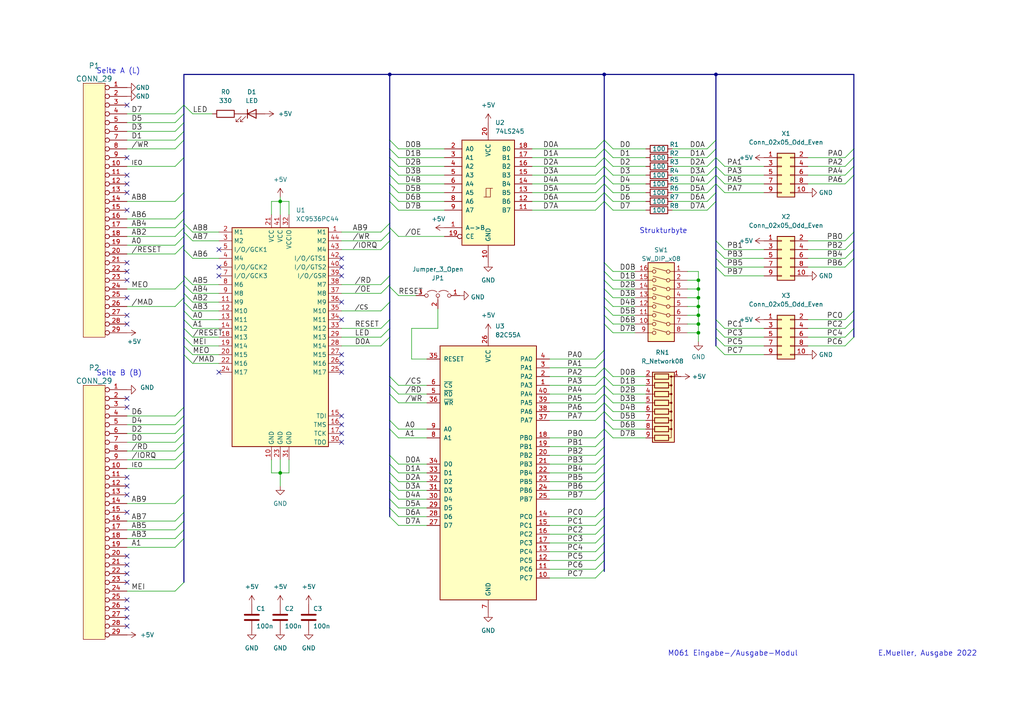
<source format=kicad_sch>
(kicad_sch (version 20211123) (generator eeschema)
  (paper "A4")
  (title_block (date "2022-10-22"))
  (lib_symbols
    (symbol "74xx:74LS245" (pin_names (offset 1.016))
      (property "Reference" "U" (at -7.62 16.51 0))
      (property "Value" "74LS245" (at -7.62 -16.51 0))
      (symbol "74LS245_1_0"
        (pin input line (at -12.7 -10.16 0) (length 5.08) (name "A->B") (number "1"))
        (pin power_in line (at 0 -20.32 90) (length 5.08) (name "GND") (number "10"))
        (pin tri_state line (at 12.7 -5.08 180) (length 5.08) (name "B7") (number "11"))
        (pin tri_state line (at 12.7 -2.54 180) (length 5.08) (name "B6") (number "12"))
        (pin tri_state line (at 12.7 0 180) (length 5.08) (name "B5") (number "13"))
        (pin tri_state line (at 12.7 2.54 180) (length 5.08) (name "B4") (number "14"))
        (pin tri_state line (at 12.7 5.08 180) (length 5.08) (name "B3") (number "15"))
        (pin tri_state line (at 12.7 7.62 180) (length 5.08) (name "B2") (number "16"))
        (pin tri_state line (at 12.7 10.16 180) (length 5.08) (name "B1") (number "17"))
        (pin tri_state line (at 12.7 12.7 180) (length 5.08) (name "B0") (number "18"))
        (pin input inverted (at -12.7 -12.7 0) (length 5.08) (name "CE") (number "19"))
        (pin tri_state line (at -12.7 12.7 0) (length 5.08) (name "A0") (number "2"))
        (pin power_in line (at 0 20.32 270) (length 5.08) (name "VCC") (number "20"))
        (pin tri_state line (at -12.7 10.16 0) (length 5.08) (name "A1") (number "3"))
        (pin tri_state line (at -12.7 7.62 0) (length 5.08) (name "A2") (number "4"))
        (pin tri_state line (at -12.7 5.08 0) (length 5.08) (name "A3") (number "5"))
        (pin tri_state line (at -12.7 2.54 0) (length 5.08) (name "A4") (number "6"))
        (pin tri_state line (at -12.7 0 0) (length 5.08) (name "A5") (number "7"))
        (pin tri_state line (at -12.7 -2.54 0) (length 5.08) (name "A6") (number "8"))
        (pin tri_state line (at -12.7 -5.08 0) (length 5.08) (name "A7") (number "9"))
      )
    )
    (symbol "CONN_29_1" (pin_names (offset 1.016) hide)
      (property "Reference" "P" (at -1.2446 0 90))
      (property "Value" "CONN_29_1" (at 1.27 0 90))
      (symbol "CONN_29_1_1_1"
        (pin passive inverted (at -8.89 36.83 0) (length 6.35) (name "P1") (number "1"))
        (pin passive inverted (at -8.89 13.97 0) (length 6.35) (name "P10") (number "10"))
        (pin passive inverted (at -8.89 11.43 0) (length 6.35) (name "P11") (number "11"))
        (pin passive inverted (at -8.89 8.89 0) (length 6.35) (name "P12") (number "12"))
        (pin passive inverted (at -8.89 6.35 0) (length 6.35) (name "P13") (number "13"))
        (pin passive inverted (at -8.89 3.81 0) (length 6.35) (name "P14") (number "14"))
        (pin passive inverted (at -8.89 1.27 0) (length 6.35) (name "P15") (number "15"))
        (pin passive inverted (at -8.89 -1.27 0) (length 6.35) (name "P16") (number "16"))
        (pin passive inverted (at -8.89 -3.81 0) (length 6.35) (name "P17") (number "17"))
        (pin passive inverted (at -8.89 -6.35 0) (length 6.35) (name "P18") (number "18"))
        (pin passive inverted (at -8.89 -8.89 0) (length 6.35) (name "P19") (number "19"))
        (pin passive inverted (at -8.89 34.29 0) (length 6.35) (name "P2") (number "2"))
        (pin passive inverted (at -8.89 -11.43 0) (length 6.35) (name "P20") (number "20"))
        (pin passive inverted (at -8.89 -13.97 0) (length 6.35) (name "P21") (number "21"))
        (pin passive inverted (at -8.89 -16.51 0) (length 6.35) (name "P22") (number "22"))
        (pin passive inverted (at -8.89 -19.05 0) (length 6.35) (name "P23") (number "23"))
        (pin passive inverted (at -8.89 -21.59 0) (length 6.35) (name "P24") (number "24"))
        (pin passive inverted (at -8.89 -24.13 0) (length 6.35) (name "P25") (number "25"))
        (pin passive inverted (at -8.89 -26.67 0) (length 6.35) (name "P26") (number "26"))
        (pin passive inverted (at -8.89 -29.21 0) (length 6.35) (name "P27") (number "27"))
        (pin passive inverted (at -8.89 -31.75 0) (length 6.35) (name "P28") (number "28"))
        (pin passive inverted (at -8.89 -34.29 0) (length 6.35) (name "P29") (number "29"))
        (pin passive inverted (at -8.89 31.75 0) (length 6.35) (name "P3") (number "3"))
        (pin passive inverted (at -8.89 29.21 0) (length 6.35) (name "P4") (number "4"))
        (pin passive inverted (at -8.89 26.67 0) (length 6.35) (name "P5") (number "5"))
        (pin passive inverted (at -8.89 24.13 0) (length 6.35) (name "P6") (number "6"))
        (pin passive inverted (at -8.89 21.59 0) (length 6.35) (name "P7") (number "7"))
        (pin passive inverted (at -8.89 19.05 0) (length 6.35) (name "P8") (number "8"))
        (pin passive inverted (at -8.89 16.51 0) (length 6.35) (name "P9") (number "9"))
      )
    )
    (symbol "CONN_29_2" (pin_names (offset 1.016) hide)
      (property "Reference" "P" (at -1.2446 0 90))
      (property "Value" "CONN_29_2" (at 1.27 0 90))
      (symbol "CONN_29_2_1_1"
        (pin passive inverted (at -8.89 36.83 0) (length 6.35) (name "P1") (number "1"))
        (pin passive inverted (at -8.89 13.97 0) (length 6.35) (name "P10") (number "10"))
        (pin passive inverted (at -8.89 11.43 0) (length 6.35) (name "P11") (number "11"))
        (pin passive inverted (at -8.89 8.89 0) (length 6.35) (name "P12") (number "12"))
        (pin passive inverted (at -8.89 6.35 0) (length 6.35) (name "P13") (number "13"))
        (pin passive inverted (at -8.89 3.81 0) (length 6.35) (name "P14") (number "14"))
        (pin passive inverted (at -8.89 1.27 0) (length 6.35) (name "P15") (number "15"))
        (pin passive inverted (at -8.89 -1.27 0) (length 6.35) (name "P16") (number "16"))
        (pin passive inverted (at -8.89 -3.81 0) (length 6.35) (name "P17") (number "17"))
        (pin passive inverted (at -8.89 -6.35 0) (length 6.35) (name "P18") (number "18"))
        (pin passive inverted (at -8.89 -8.89 0) (length 6.35) (name "P19") (number "19"))
        (pin passive inverted (at -8.89 34.29 0) (length 6.35) (name "P2") (number "2"))
        (pin passive inverted (at -8.89 -11.43 0) (length 6.35) (name "P20") (number "20"))
        (pin passive inverted (at -8.89 -13.97 0) (length 6.35) (name "P21") (number "21"))
        (pin passive inverted (at -8.89 -16.51 0) (length 6.35) (name "P22") (number "22"))
        (pin passive inverted (at -8.89 -19.05 0) (length 6.35) (name "P23") (number "23"))
        (pin passive inverted (at -8.89 -21.59 0) (length 6.35) (name "P24") (number "24"))
        (pin passive inverted (at -8.89 -24.13 0) (length 6.35) (name "P25") (number "25"))
        (pin passive inverted (at -8.89 -26.67 0) (length 6.35) (name "P26") (number "26"))
        (pin passive inverted (at -8.89 -29.21 0) (length 6.35) (name "P27") (number "27"))
        (pin passive inverted (at -8.89 -31.75 0) (length 6.35) (name "P28") (number "28"))
        (pin passive inverted (at -8.89 -34.29 0) (length 6.35) (name "P29") (number "29"))
        (pin passive inverted (at -8.89 31.75 0) (length 6.35) (name "P3") (number "3"))
        (pin passive inverted (at -8.89 29.21 0) (length 6.35) (name "P4") (number "4"))
        (pin passive inverted (at -8.89 26.67 0) (length 6.35) (name "P5") (number "5"))
        (pin passive inverted (at -8.89 24.13 0) (length 6.35) (name "P6") (number "6"))
        (pin passive inverted (at -8.89 21.59 0) (length 6.35) (name "P7") (number "7"))
        (pin passive inverted (at -8.89 19.05 0) (length 6.35) (name "P8") (number "8"))
        (pin passive inverted (at -8.89 16.51 0) (length 6.35) (name "P9") (number "9"))
      )
    )
    (symbol "CPLD_Xilinx:XC9536PC44"
      (property "Reference" "U" (at -13.97 33.02 0))
      (property "Value" "XC9536PC44" (at -13.97 -33.02 0))
      (symbol "XC9536PC44_1_1"
        (pin bidirectional line (at 17.78 30.48 180) (length 3.81) (name "M1") (number "1"))
        (pin power_in line (at -2.54 -35.56 90) (length 3.81) (name "GND") (number "10"))
        (pin bidirectional line (at -17.78 10.16 0) (length 3.81) (name "M9") (number "11"))
        (pin bidirectional line (at -17.78 7.62 0) (length 3.81) (name "M10") (number "12"))
        (pin bidirectional line (at -17.78 5.08 0) (length 3.81) (name "M11") (number "13"))
        (pin bidirectional line (at -17.78 2.54 0) (length 3.81) (name "M12") (number "14"))
        (pin input line (at 17.78 -22.86 180) (length 3.81) (name "TDI") (number "15"))
        (pin input line (at 17.78 -25.4 180) (length 3.81) (name "TMS") (number "16"))
        (pin input line (at 17.78 -27.94 180) (length 3.81) (name "TCK") (number "17"))
        (pin bidirectional line (at -17.78 0 0) (length 3.81) (name "M13") (number "18"))
        (pin bidirectional line (at -17.78 -2.54 0) (length 3.81) (name "M14") (number "19"))
        (pin bidirectional line (at -17.78 30.48 0) (length 3.81) (name "M1") (number "2"))
        (pin bidirectional line (at -17.78 -5.08 0) (length 3.81) (name "M15") (number "20"))
        (pin power_in line (at -2.54 35.56 270) (length 3.81) (name "VCC") (number "21"))
        (pin bidirectional line (at -17.78 -7.62 0) (length 3.81) (name "M16") (number "22"))
        (pin power_in line (at 0 -35.56 90) (length 3.81) (name "GND") (number "23"))
        (pin bidirectional line (at -17.78 -10.16 0) (length 3.81) (name "M17") (number "24"))
        (pin bidirectional line (at 17.78 -10.16 180) (length 3.81) (name "M17") (number "25"))
        (pin bidirectional line (at 17.78 -7.62 180) (length 3.81) (name "M16") (number "26"))
        (pin bidirectional line (at 17.78 -5.08 180) (length 3.81) (name "M15") (number "27"))
        (pin bidirectional line (at 17.78 -2.54 180) (length 3.81) (name "M14") (number "28"))
        (pin bidirectional line (at 17.78 0 180) (length 3.81) (name "M13") (number "29"))
        (pin bidirectional line (at -17.78 27.94 0) (length 3.81) (name "M2") (number "3"))
        (pin output line (at 17.78 -30.48 180) (length 3.81) (name "TDO") (number "30"))
        (pin power_in line (at 2.54 -35.56 90) (length 3.81) (name "GND") (number "31"))
        (pin power_in line (at 2.54 35.56 270) (length 3.81) (name "VCCIO") (number "32"))
        (pin bidirectional line (at 17.78 2.54 180) (length 3.81) (name "M12") (number "33"))
        (pin bidirectional line (at 17.78 5.08 180) (length 3.81) (name "M11") (number "34"))
        (pin bidirectional line (at 17.78 7.62 180) (length 3.81) (name "M10") (number "35"))
        (pin bidirectional line (at 17.78 10.16 180) (length 3.81) (name "M9") (number "36"))
        (pin bidirectional line (at 17.78 12.7 180) (length 3.81) (name "M8") (number "37"))
        (pin bidirectional line (at 17.78 15.24 180) (length 3.81) (name "M7") (number "38"))
        (pin bidirectional line (at 17.78 17.78 180) (length 3.81) (name "I/O/GSR") (number "39"))
        (pin bidirectional line (at -17.78 22.86 0) (length 3.81) (name "M4") (number "4"))
        (pin bidirectional line (at 17.78 20.32 180) (length 3.81) (name "I/O/GTS2") (number "40"))
        (pin power_in line (at 0 35.56 270) (length 3.81) (name "VCC") (number "41"))
        (pin bidirectional line (at 17.78 22.86 180) (length 3.81) (name "I/O/GTS1") (number "42"))
        (pin bidirectional line (at 17.78 25.4 180) (length 3.81) (name "M4") (number "43"))
        (pin bidirectional line (at 17.78 27.94 180) (length 3.81) (name "M2") (number "44"))
        (pin bidirectional line (at -17.78 25.4 0) (length 3.81) (name "I/O/GCK1") (number "5"))
        (pin bidirectional line (at -17.78 20.32 0) (length 3.81) (name "I/O/GCK2") (number "6"))
        (pin bidirectional line (at -17.78 17.78 0) (length 3.81) (name "I/O/GCK3") (number "7"))
        (pin bidirectional line (at -17.78 15.24 0) (length 3.81) (name "M6") (number "8"))
        (pin bidirectional line (at -17.78 12.7 0) (length 3.81) (name "M8") (number "9"))
      )
    )
    (symbol "Connector_Generic:Conn_02x05_Odd_Even" (pin_names (offset 1.016) hide)
      (property "Reference" "J" (at 1.27 7.62 0))
      (property "Value" "Conn_02x05_Odd_Even" (at 1.27 -7.62 0))
      (symbol "Conn_02x05_Odd_Even_1_1"
        (pin passive line (at -5.08 5.08 0) (length 3.81) (name "Pin_1") (number "1"))
        (pin passive line (at 7.62 -5.08 180) (length 3.81) (name "Pin_10") (number "10"))
        (pin passive line (at 7.62 5.08 180) (length 3.81) (name "Pin_2") (number "2"))
        (pin passive line (at -5.08 2.54 0) (length 3.81) (name "Pin_3") (number "3"))
        (pin passive line (at 7.62 2.54 180) (length 3.81) (name "Pin_4") (number "4"))
        (pin passive line (at -5.08 0 0) (length 3.81) (name "Pin_5") (number "5"))
        (pin passive line (at 7.62 0 180) (length 3.81) (name "Pin_6") (number "6"))
        (pin passive line (at -5.08 -2.54 0) (length 3.81) (name "Pin_7") (number "7"))
        (pin passive line (at 7.62 -2.54 180) (length 3.81) (name "Pin_8") (number "8"))
        (pin passive line (at -5.08 -5.08 0) (length 3.81) (name "Pin_9") (number "9"))
      )
    )
    (symbol "Device:C" (pin_numbers hide) (pin_names (offset 0.254))
      (property "Reference" "C" (at 0.635 2.54 0))
      (property "Value" "C" (at 0.635 -2.54 0))
      (symbol "C_1_1"
        (pin passive line (at 0 3.81 270) (length 2.794) (name "~") (number "1"))
        (pin passive line (at 0 -3.81 90) (length 2.794) (name "~") (number "2"))
      )
    )
    (symbol "Device:LED" (pin_numbers hide) (pin_names (offset 1.016) hide)
      (property "Reference" "D" (at 0 2.54 0))
      (property "Value" "LED" (at 0 -2.54 0))
      (symbol "LED_1_1"
        (pin passive line (at -3.81 0 0) (length 2.54) (name "K") (number "1"))
        (pin passive line (at 3.81 0 180) (length 2.54) (name "A") (number "2"))
      )
    )
    (symbol "Device:R" (pin_numbers hide) (pin_names (offset 0))
      (property "Reference" "R" (at 2.032 0 90))
      (property "Value" "R" (at 0 0 90))
      (symbol "R_1_1"
        (pin passive line (at 0 3.81 270) (length 1.27) (name "~") (number "1"))
        (pin passive line (at 0 -3.81 90) (length 1.27) (name "~") (number "2"))
      )
    )
    (symbol "Device:R_Network08" (pin_names (offset 0) hide)
      (property "Reference" "RN" (at -12.7 0 90))
      (property "Value" "R_Network08" (at 10.16 0 90))
      (symbol "R_Network08_1_1"
        (pin passive line (at -10.16 5.08 270) (length 2.54) (name "common") (number "1"))
        (pin passive line (at -10.16 -5.08 90) (length 1.27) (name "R1") (number "2"))
        (pin passive line (at -7.62 -5.08 90) (length 1.27) (name "R2") (number "3"))
        (pin passive line (at -5.08 -5.08 90) (length 1.27) (name "R3") (number "4"))
        (pin passive line (at -2.54 -5.08 90) (length 1.27) (name "R4") (number "5"))
        (pin passive line (at 0 -5.08 90) (length 1.27) (name "R5") (number "6"))
        (pin passive line (at 2.54 -5.08 90) (length 1.27) (name "R6") (number "7"))
        (pin passive line (at 5.08 -5.08 90) (length 1.27) (name "R7") (number "8"))
        (pin passive line (at 7.62 -5.08 90) (length 1.27) (name "R8") (number "9"))
      )
    )
    (symbol "Interface:82C55A" (pin_names (offset 1.016))
      (property "Reference" "U" (at -13.97 38.1 0))
      (property "Value" "82C55A" (at 8.89 38.1 0))
      (symbol "82C55A_1_1"
        (pin bidirectional line (at 17.78 25.4 180) (length 3.81) (name "PA3") (number "1"))
        (pin bidirectional line (at 17.78 -30.48 180) (length 3.81) (name "PC7") (number "10"))
        (pin bidirectional line (at 17.78 -27.94 180) (length 3.81) (name "PC6") (number "11"))
        (pin bidirectional line (at 17.78 -25.4 180) (length 3.81) (name "PC5") (number "12"))
        (pin bidirectional line (at 17.78 -22.86 180) (length 3.81) (name "PC4") (number "13"))
        (pin bidirectional line (at 17.78 -12.7 180) (length 3.81) (name "PC0") (number "14"))
        (pin bidirectional line (at 17.78 -15.24 180) (length 3.81) (name "PC1") (number "15"))
        (pin bidirectional line (at 17.78 -17.78 180) (length 3.81) (name "PC2") (number "16"))
        (pin bidirectional line (at 17.78 -20.32 180) (length 3.81) (name "PC3") (number "17"))
        (pin bidirectional line (at 17.78 10.16 180) (length 3.81) (name "PB0") (number "18"))
        (pin bidirectional line (at 17.78 7.62 180) (length 3.81) (name "PB1") (number "19"))
        (pin bidirectional line (at 17.78 27.94 180) (length 3.81) (name "PA2") (number "2"))
        (pin bidirectional line (at 17.78 5.08 180) (length 3.81) (name "PB2") (number "20"))
        (pin bidirectional line (at 17.78 2.54 180) (length 3.81) (name "PB3") (number "21"))
        (pin bidirectional line (at 17.78 0 180) (length 3.81) (name "PB4") (number "22"))
        (pin bidirectional line (at 17.78 -2.54 180) (length 3.81) (name "PB5") (number "23"))
        (pin bidirectional line (at 17.78 -5.08 180) (length 3.81) (name "PB6") (number "24"))
        (pin bidirectional line (at 17.78 -7.62 180) (length 3.81) (name "PB7") (number "25"))
        (pin power_in line (at 0 40.64 270) (length 3.81) (name "VCC") (number "26"))
        (pin bidirectional line (at -17.78 -15.24 0) (length 3.81) (name "D7") (number "27"))
        (pin bidirectional line (at -17.78 -12.7 0) (length 3.81) (name "D6") (number "28"))
        (pin bidirectional line (at -17.78 -10.16 0) (length 3.81) (name "D5") (number "29"))
        (pin bidirectional line (at 17.78 30.48 180) (length 3.81) (name "PA1") (number "3"))
        (pin bidirectional line (at -17.78 -7.62 0) (length 3.81) (name "D4") (number "30"))
        (pin bidirectional line (at -17.78 -5.08 0) (length 3.81) (name "D3") (number "31"))
        (pin bidirectional line (at -17.78 -2.54 0) (length 3.81) (name "D2") (number "32"))
        (pin bidirectional line (at -17.78 0 0) (length 3.81) (name "D1") (number "33"))
        (pin bidirectional line (at -17.78 2.54 0) (length 3.81) (name "D0") (number "34"))
        (pin input line (at -17.78 33.02 0) (length 3.81) (name "RESET") (number "35"))
        (pin input line (at -17.78 20.32 0) (length 3.81) (name "~{WR}") (number "36"))
        (pin bidirectional line (at 17.78 15.24 180) (length 3.81) (name "PA7") (number "37"))
        (pin bidirectional line (at 17.78 17.78 180) (length 3.81) (name "PA6") (number "38"))
        (pin bidirectional line (at 17.78 20.32 180) (length 3.81) (name "PA5") (number "39"))
        (pin bidirectional line (at 17.78 33.02 180) (length 3.81) (name "PA0") (number "4"))
        (pin bidirectional line (at 17.78 22.86 180) (length 3.81) (name "PA4") (number "40"))
        (pin input line (at -17.78 22.86 0) (length 3.81) (name "~{RD}") (number "5"))
        (pin input line (at -17.78 25.4 0) (length 3.81) (name "~{CS}") (number "6"))
        (pin power_in line (at 0 -40.64 90) (length 3.81) (name "GND") (number "7"))
        (pin input line (at -17.78 10.16 0) (length 3.81) (name "A1") (number "8"))
        (pin input line (at -17.78 12.7 0) (length 3.81) (name "A0") (number "9"))
      )
    )
    (symbol "Jumper:Jumper_3_Open" (pin_names (offset 0) hide)
      (property "Reference" "JP" (at -2.54 -2.54 0))
      (property "Value" "Jumper_3_Open" (at 0 2.794 0))
      (symbol "Jumper_3_Open_1_1"
        (pin passive line (at -6.35 0 0) (length 2.54) (name "A") (number "1"))
        (pin passive line (at 0 -3.81 90) (length 2.54) (name "C") (number "2"))
        (pin passive line (at 6.35 0 180) (length 2.54) (name "B") (number "3"))
      )
    )
    (symbol "Switch:SW_DIP_x08" (pin_names (offset 0) hide)
      (property "Reference" "SW" (at 0 13.97 0))
      (property "Value" "SW_DIP_x08" (at 0 -11.43 0))
      (symbol "SW_DIP_x08_1_1"
        (pin passive line (at -7.62 10.16 0) (length 5.08) (name "~") (number "1"))
        (pin passive line (at 7.62 -5.08 180) (length 5.08) (name "~") (number "10"))
        (pin passive line (at 7.62 -2.54 180) (length 5.08) (name "~") (number "11"))
        (pin passive line (at 7.62 0 180) (length 5.08) (name "~") (number "12"))
        (pin passive line (at 7.62 2.54 180) (length 5.08) (name "~") (number "13"))
        (pin passive line (at 7.62 5.08 180) (length 5.08) (name "~") (number "14"))
        (pin passive line (at 7.62 7.62 180) (length 5.08) (name "~") (number "15"))
        (pin passive line (at 7.62 10.16 180) (length 5.08) (name "~") (number "16"))
        (pin passive line (at -7.62 7.62 0) (length 5.08) (name "~") (number "2"))
        (pin passive line (at -7.62 5.08 0) (length 5.08) (name "~") (number "3"))
        (pin passive line (at -7.62 2.54 0) (length 5.08) (name "~") (number "4"))
        (pin passive line (at -7.62 0 0) (length 5.08) (name "~") (number "5"))
        (pin passive line (at -7.62 -2.54 0) (length 5.08) (name "~") (number "6"))
        (pin passive line (at -7.62 -5.08 0) (length 5.08) (name "~") (number "7"))
        (pin passive line (at -7.62 -7.62 0) (length 5.08) (name "~") (number "8"))
        (pin passive line (at 7.62 -7.62 180) (length 5.08) (name "~") (number "9"))
      )
    )
    (symbol "power:+5V" (power) (pin_names (offset 0))
      (property "Value" "+5V" (at 0 3.556 0))
      (symbol "+5V_1_1"
        (pin power_in line (at 0 0 90) (length 0) hide (name "+5V") (number "1"))
      )
    )
    (symbol "power:GND" (power) (pin_names (offset 0))
      (property "Value" "GND" (at 0 -3.81 0))
      (symbol "GND_1_1"
        (pin power_in line (at 0 0 270) (length 0) hide (name "GND") (number "1"))
      )
    )
  )
  (junction (at 202.565 93.98))
  (junction (at 202.565 86.36))
  (junction (at 175.26 21.59))
  (junction (at 202.565 83.82))
  (junction (at 207.645 21.59))
  (junction (at 202.565 91.44))
  (junction (at 202.565 96.52))
  (junction (at 113.03 21.59))
  (junction (at 202.565 81.28))
  (junction (at 202.565 88.9))
  (junction (at 81.28 58.42))
  (junction (at 81.28 137.16))
  (no_connect (at 99.06 92.71))
  (no_connect (at 99.06 87.63))
  (no_connect (at 99.06 102.87))
  (no_connect (at 99.06 105.41))
  (no_connect (at 99.06 107.95))
  (no_connect (at 99.06 74.93))
  (no_connect (at 99.06 77.47))
  (no_connect (at 99.06 80.01))
  (no_connect (at 36.83 143.51))
  (no_connect (at 36.83 138.43))
  (no_connect (at 36.83 140.97))
  (no_connect (at 63.5 107.95))
  (no_connect (at 63.5 72.39))
  (no_connect (at 63.5 77.47))
  (no_connect (at 63.5 80.01))
  (no_connect (at 36.83 55.88))
  (no_connect (at 36.83 50.8))
  (no_connect (at 36.83 53.34))
  (no_connect (at 36.83 45.72))
  (no_connect (at 99.06 120.65))
  (no_connect (at 99.06 123.19))
  (no_connect (at 99.06 125.73))
  (no_connect (at 99.06 128.27))
  (no_connect (at 36.83 60.96))
  (no_connect (at 36.83 30.48))
  (no_connect (at 36.83 76.2))
  (no_connect (at 36.83 78.74))
  (no_connect (at 36.83 81.28))
  (no_connect (at 36.83 86.36))
  (no_connect (at 36.83 91.44))
  (no_connect (at 36.83 93.98))
  (no_connect (at 36.83 118.11))
  (no_connect (at 36.83 115.57))
  (no_connect (at 36.83 168.91))
  (no_connect (at 36.83 173.99))
  (no_connect (at 36.83 176.53))
  (no_connect (at 36.83 179.07))
  (no_connect (at 36.83 148.59))
  (no_connect (at 36.83 161.29))
  (no_connect (at 36.83 163.83))
  (no_connect (at 36.83 166.37))
  (no_connect (at 36.83 181.61))
  (bus_entry (at 175.26 124.46) (size 2.54 2.54))
  (bus_entry (at 50.8 48.26) (size 2.54 -2.54))
  (bus_entry (at 175.26 129.54) (size -2.54 2.54))
  (bus_entry (at 175.26 121.92) (size 2.54 2.54))
  (bus_entry (at 113.03 109.22) (size 2.54 2.54))
  (bus_entry (at 113.03 144.78) (size 2.54 2.54))
  (bus_entry (at 175.26 119.38) (size -2.54 2.54))
  (bus_entry (at 247.65 43.18) (size -2.54 2.54))
  (bus_entry (at 207.645 50.8) (size -2.54 2.54))
  (bus_entry (at 113.03 147.32) (size 2.54 2.54))
  (bus_entry (at 175.26 165.1) (size -2.54 2.54))
  (bus_entry (at 175.26 40.64) (size -2.54 2.54))
  (bus_entry (at 53.34 102.87) (size 2.54 2.54))
  (bus_entry (at 113.03 58.42) (size 2.54 2.54))
  (bus_entry (at 113.03 132.08) (size 2.54 2.54))
  (bus_entry (at 175.26 109.22) (size 2.54 2.54))
  (bus_entry (at 50.8 153.67) (size 2.54 -2.54))
  (bus_entry (at 113.03 43.18) (size 2.54 2.54))
  (bus_entry (at 175.26 142.24) (size -2.54 2.54))
  (bus_entry (at 247.65 50.8) (size -2.54 2.54))
  (bus_entry (at 175.26 111.76) (size -2.54 2.54))
  (bus_entry (at 207.645 40.64) (size -2.54 2.54))
  (bus_entry (at 50.8 71.12) (size 2.54 -2.54))
  (bus_entry (at 110.49 69.85) (size 2.54 -2.54))
  (bus_entry (at 175.26 124.46) (size -2.54 2.54))
  (bus_entry (at 53.34 120.65) (size -2.54 2.54))
  (bus_entry (at 110.49 100.33) (size 2.54 -2.54))
  (bus_entry (at 207.645 48.26) (size 2.54 2.54))
  (bus_entry (at 50.8 63.5) (size 2.54 -2.54))
  (bus_entry (at 113.03 40.64) (size 2.54 2.54))
  (bus_entry (at 175.26 134.62) (size -2.54 2.54))
  (bus_entry (at 50.8 133.35) (size 2.54 -2.54))
  (bus_entry (at 110.49 72.39) (size 2.54 -2.54))
  (bus_entry (at 207.645 77.47) (size 2.54 2.54))
  (bus_entry (at 50.8 135.89) (size 2.54 -2.54))
  (bus_entry (at 207.645 55.88) (size -2.54 2.54))
  (bus_entry (at 175.26 111.76) (size 2.54 2.54))
  (bus_entry (at 53.34 63.5) (size -2.54 2.54))
  (bus_entry (at 247.65 95.25) (size -2.54 2.54))
  (bus_entry (at 175.26 127) (size -2.54 2.54))
  (bus_entry (at 113.03 121.92) (size 2.54 2.54))
  (bus_entry (at 207.645 95.25) (size 2.54 2.54))
  (bus_entry (at 247.65 74.93) (size -2.54 2.54))
  (bus_entry (at 207.645 92.71) (size 2.54 2.54))
  (bus_entry (at 247.65 69.85) (size -2.54 2.54))
  (bus_entry (at 175.26 106.68) (size -2.54 2.54))
  (bus_entry (at 53.34 118.11) (size -2.54 2.54))
  (bus_entry (at 247.65 45.72) (size -2.54 2.54))
  (bus_entry (at 175.26 86.36) (size 2.54 2.54))
  (bus_entry (at 175.26 91.44) (size 2.54 2.54))
  (bus_entry (at 175.26 88.9) (size 2.54 2.54))
  (bus_entry (at 175.26 93.98) (size 2.54 2.54))
  (bus_entry (at 175.26 78.74) (size 2.54 2.54))
  (bus_entry (at 175.26 76.2) (size 2.54 2.54))
  (bus_entry (at 175.26 81.28) (size 2.54 2.54))
  (bus_entry (at 175.26 83.82) (size 2.54 2.54))
  (bus_entry (at 175.26 147.32) (size -2.54 2.54))
  (bus_entry (at 175.26 114.3) (size 2.54 2.54))
  (bus_entry (at 207.645 43.18) (size -2.54 2.54))
  (bus_entry (at 113.03 55.88) (size 2.54 2.54))
  (bus_entry (at 175.26 132.08) (size -2.54 2.54))
  (bus_entry (at 247.65 72.39) (size -2.54 2.54))
  (bus_entry (at 110.49 90.17) (size 2.54 -2.54))
  (bus_entry (at 50.8 146.05) (size 2.54 -2.54))
  (bus_entry (at 50.8 151.13) (size 2.54 -2.54))
  (bus_entry (at 113.03 134.62) (size 2.54 2.54))
  (bus_entry (at 113.03 124.46) (size 2.54 2.54))
  (bus_entry (at 53.34 92.71) (size 2.54 2.54))
  (bus_entry (at 207.645 97.79) (size 2.54 2.54))
  (bus_entry (at 113.03 45.72) (size 2.54 2.54))
  (bus_entry (at 175.26 101.6) (size -2.54 2.54))
  (bus_entry (at 113.03 111.76) (size 2.54 2.54))
  (bus_entry (at 53.34 33.02) (size -2.54 2.54))
  (bus_entry (at 175.26 119.38) (size 2.54 2.54))
  (bus_entry (at 207.645 69.85) (size 2.54 2.54))
  (bus_entry (at 175.26 48.26) (size -2.54 2.54))
  (bus_entry (at 110.49 82.55) (size 2.54 -2.54))
  (bus_entry (at 50.8 68.58) (size 2.54 -2.54))
  (bus_entry (at 207.645 50.8) (size 2.54 2.54))
  (bus_entry (at 53.34 30.48) (size -2.54 2.54))
  (bus_entry (at 113.03 50.8) (size 2.54 2.54))
  (bus_entry (at 50.8 156.21) (size 2.54 -2.54))
  (bus_entry (at 175.26 139.7) (size -2.54 2.54))
  (bus_entry (at 53.34 100.33) (size 2.54 2.54))
  (bus_entry (at 50.8 83.82) (size 2.54 -2.54))
  (bus_entry (at 53.34 90.17) (size 2.54 2.54))
  (bus_entry (at 175.26 55.88) (size -2.54 2.54))
  (bus_entry (at 175.26 50.8) (size -2.54 2.54))
  (bus_entry (at 207.645 72.39) (size 2.54 2.54))
  (bus_entry (at 175.26 116.84) (size -2.54 2.54))
  (bus_entry (at 50.8 88.9) (size 2.54 -2.54))
  (bus_entry (at 207.645 45.72) (size 2.54 2.54))
  (bus_entry (at 175.26 116.84) (size 2.54 2.54))
  (bus_entry (at 175.26 137.16) (size -2.54 2.54))
  (bus_entry (at 113.03 142.24) (size 2.54 2.54))
  (bus_entry (at 207.645 48.26) (size -2.54 2.54))
  (bus_entry (at 175.26 160.02) (size -2.54 2.54))
  (bus_entry (at 175.26 149.86) (size -2.54 2.54))
  (bus_entry (at 207.645 53.34) (size -2.54 2.54))
  (bus_entry (at 110.49 67.31) (size 2.54 -2.54))
  (bus_entry (at 53.34 97.79) (size 2.54 2.54))
  (bus_entry (at 175.26 45.72) (size -2.54 2.54))
  (bus_entry (at 175.26 154.94) (size -2.54 2.54))
  (bus_entry (at 207.645 100.33) (size 2.54 2.54))
  (bus_entry (at 50.8 130.81) (size 2.54 -2.54))
  (bus_entry (at 113.03 48.26) (size 2.54 2.54))
  (bus_entry (at 207.645 74.93) (size 2.54 2.54))
  (bus_entry (at 53.34 95.25) (size 2.54 2.54))
  (bus_entry (at 110.49 85.09) (size 2.54 -2.54))
  (bus_entry (at 113.03 66.04) (size 2.54 2.54))
  (bus_entry (at 207.645 58.42) (size -2.54 2.54))
  (bus_entry (at 53.34 82.55) (size 2.54 2.54))
  (bus_entry (at 53.34 85.09) (size 2.54 2.54))
  (bus_entry (at 53.34 80.01) (size 2.54 2.54))
  (bus_entry (at 53.34 87.63) (size 2.54 2.54))
  (bus_entry (at 53.34 72.39) (size 2.54 2.54))
  (bus_entry (at 53.34 64.77) (size 2.54 2.54))
  (bus_entry (at 53.34 67.31) (size 2.54 2.54))
  (bus_entry (at 50.8 171.45) (size 2.54 -2.54))
  (bus_entry (at 113.03 149.86) (size 2.54 2.54))
  (bus_entry (at 247.65 48.26) (size -2.54 2.54))
  (bus_entry (at 175.26 162.56) (size -2.54 2.54))
  (bus_entry (at 175.26 157.48) (size -2.54 2.54))
  (bus_entry (at 175.26 152.4) (size -2.54 2.54))
  (bus_entry (at 53.34 123.19) (size -2.54 2.54))
  (bus_entry (at 50.8 58.42) (size 2.54 -2.54))
  (bus_entry (at 53.34 30.48) (size 2.54 2.54))
  (bus_entry (at 53.34 35.56) (size -2.54 2.54))
  (bus_entry (at 247.65 97.79) (size -2.54 2.54))
  (bus_entry (at 247.65 90.17) (size -2.54 2.54))
  (bus_entry (at 50.8 158.75) (size 2.54 -2.54))
  (bus_entry (at 207.645 45.72) (size -2.54 2.54))
  (bus_entry (at 53.34 38.1) (size -2.54 2.54))
  (bus_entry (at 175.26 58.42) (size -2.54 2.54))
  (bus_entry (at 175.26 109.22) (size -2.54 2.54))
  (bus_entry (at 113.03 83.185) (size 2.54 2.54))
  (bus_entry (at 110.49 97.79) (size 2.54 -2.54))
  (bus_entry (at 113.03 53.34) (size 2.54 2.54))
  (bus_entry (at 113.03 137.16) (size 2.54 2.54))
  (bus_entry (at 53.34 125.73) (size -2.54 2.54))
  (bus_entry (at 50.8 43.18) (size 2.54 -2.54))
  (bus_entry (at 175.26 104.14) (size -2.54 2.54))
  (bus_entry (at 113.03 92.71) (size -2.54 2.54))
  (bus_entry (at 175.26 114.3) (size -2.54 2.54))
  (bus_entry (at 175.26 43.18) (size -2.54 2.54))
  (bus_entry (at 50.8 73.66) (size 2.54 -2.54))
  (bus_entry (at 113.03 139.7) (size 2.54 2.54))
  (bus_entry (at 175.26 106.68) (size 2.54 2.54))
  (bus_entry (at 175.26 53.34) (size -2.54 2.54))
  (bus_entry (at 247.65 92.71) (size -2.54 2.54))
  (bus_entry (at 247.65 67.31) (size -2.54 2.54))
  (bus_entry (at 113.03 114.3) (size 2.54 2.54))
  (bus_entry (at 175.26 58.42) (size 2.54 2.54))
  (bus_entry (at 175.26 55.88) (size 2.54 2.54))
  (bus_entry (at 175.26 50.8) (size 2.54 2.54))
  (bus_entry (at 175.26 53.34) (size 2.54 2.54))
  (bus_entry (at 175.26 40.64) (size 2.54 2.54))
  (bus_entry (at 175.26 43.18) (size 2.54 2.54))
  (bus_entry (at 175.26 45.72) (size 2.54 2.54))
  (bus_entry (at 175.26 48.26) (size 2.54 2.54))
  (bus_entry (at 207.645 53.34) (size 2.54 2.54))
  (wire (pts (xy 63.5 67.31) (xy 55.88 67.31)))
  (wire (pts (xy 177.8 86.36) (xy 184.15 86.36)))
  (wire (pts (xy 115.57 116.84) (xy 123.825 116.84)))
  (bus (pts (xy 113.03 97.79) (xy 113.03 109.22)))
  (bus (pts (xy 53.34 55.88) (xy 53.34 60.96)))
  (wire (pts (xy 199.39 91.44) (xy 202.565 91.44)))
  (wire (pts (xy 199.39 86.36) (xy 202.565 86.36)))
  (bus (pts (xy 207.645 77.47) (xy 207.645 74.93)))
  (wire (pts (xy 99.06 85.09) (xy 110.49 85.09)))
  (wire (pts (xy 55.88 95.25) (xy 63.5 95.25)))
  (wire (pts (xy 36.83 120.65) (xy 50.8 120.65)))
  (bus (pts (xy 113.03 124.46) (xy 113.03 132.08)))
  (wire (pts (xy 99.06 69.85) (xy 110.49 69.85)))
  (wire (pts (xy 154.305 53.34) (xy 172.72 53.34)))
  (wire (pts (xy 128.905 68.58) (xy 115.57 68.58)))
  (bus (pts (xy 207.645 48.26) (xy 207.645 45.72)))
  (bus (pts (xy 53.34 153.67) (xy 53.34 156.21)))
  (bus (pts (xy 53.34 86.36) (xy 53.34 87.63)))
  (bus (pts (xy 113.03 58.42) (xy 113.03 64.77)))
  (bus (pts (xy 113.03 53.34) (xy 113.03 55.88)))
  (bus (pts (xy 53.34 87.63) (xy 53.34 90.17)))
  (bus (pts (xy 207.645 58.42) (xy 207.645 55.88)))
  (wire (pts (xy 202.565 96.52) (xy 202.565 99.06)))
  (wire (pts (xy 221.615 74.93) (xy 210.185 74.93)))
  (bus (pts (xy 53.34 148.59) (xy 53.34 151.13)))
  (wire (pts (xy 99.06 67.31) (xy 110.49 67.31)))
  (bus (pts (xy 53.34 30.48) (xy 53.34 33.02)))
  (bus (pts (xy 175.26 106.68) (xy 175.26 109.22)))
  (bus (pts (xy 247.65 74.93) (xy 247.65 72.39)))
  (bus (pts (xy 175.26 81.28) (xy 175.26 78.74)))
  (wire (pts (xy 221.615 55.88) (xy 210.185 55.88)))
  (wire (pts (xy 78.74 58.42) (xy 81.28 58.42)))
  (bus (pts (xy 53.34 45.72) (xy 53.34 55.88)))
  (wire (pts (xy 159.385 119.38) (xy 172.72 119.38)))
  (wire (pts (xy 115.57 127) (xy 123.825 127)))
  (bus (pts (xy 53.34 123.19) (xy 53.34 125.73)))
  (bus (pts (xy 53.34 125.73) (xy 53.34 128.27)))
  (wire (pts (xy 194.945 43.18) (xy 205.105 43.18)))
  (wire (pts (xy 159.385 160.02) (xy 172.72 160.02)))
  (bus (pts (xy 53.34 92.71) (xy 53.34 95.25)))
  (bus (pts (xy 175.26 109.22) (xy 175.26 111.76)))
  (wire (pts (xy 159.385 134.62) (xy 172.72 134.62)))
  (bus (pts (xy 53.34 60.96) (xy 53.34 63.5)))
  (bus (pts (xy 113.03 139.7) (xy 113.03 137.16)))
  (bus (pts (xy 175.26 124.46) (xy 175.26 127)))
  (bus (pts (xy 175.26 152.4) (xy 175.26 154.94)))
  (bus (pts (xy 53.34 102.87) (xy 53.34 118.11)))
  (bus (pts (xy 247.65 92.71) (xy 247.65 90.17)))
  (bus (pts (xy 53.34 71.12) (xy 53.34 72.39)))
  (wire (pts (xy 50.8 133.35) (xy 36.83 133.35)))
  (wire (pts (xy 159.385 157.48) (xy 172.72 157.48)))
  (wire (pts (xy 99.06 82.55) (xy 110.49 82.55)))
  (wire (pts (xy 81.28 137.16) (xy 81.28 140.97)))
  (bus (pts (xy 53.34 21.59) (xy 113.03 21.59)))
  (wire (pts (xy 177.8 91.44) (xy 184.15 91.44)))
  (bus (pts (xy 53.34 21.59) (xy 53.34 30.48)))
  (bus (pts (xy 113.03 55.88) (xy 113.03 58.42)))
  (wire (pts (xy 177.8 55.88) (xy 187.325 55.88)))
  (wire (pts (xy 50.8 156.21) (xy 36.83 156.21)))
  (wire (pts (xy 115.57 58.42) (xy 128.905 58.42)))
  (bus (pts (xy 175.26 101.6) (xy 175.26 104.14)))
  (wire (pts (xy 159.385 127) (xy 172.72 127)))
  (wire (pts (xy 159.385 104.14) (xy 172.72 104.14)))
  (wire (pts (xy 159.385 121.92) (xy 172.72 121.92)))
  (wire (pts (xy 36.83 123.19) (xy 50.8 123.19)))
  (bus (pts (xy 113.03 87.63) (xy 113.03 92.71)))
  (wire (pts (xy 202.565 81.28) (xy 202.565 83.82)))
  (bus (pts (xy 53.34 82.55) (xy 53.34 85.09)))
  (wire (pts (xy 177.8 114.3) (xy 187.325 114.3)))
  (bus (pts (xy 53.34 133.35) (xy 53.34 143.51)))
  (bus (pts (xy 247.65 67.31) (xy 247.65 50.8)))
  (wire (pts (xy 115.57 55.88) (xy 128.905 55.88)))
  (bus (pts (xy 53.34 90.17) (xy 53.34 92.71)))
  (wire (pts (xy 159.385 109.22) (xy 172.72 109.22)))
  (wire (pts (xy 194.945 45.72) (xy 205.105 45.72)))
  (bus (pts (xy 53.34 72.39) (xy 53.34 80.01)))
  (bus (pts (xy 207.645 45.72) (xy 207.645 43.18)))
  (bus (pts (xy 207.645 21.59) (xy 247.65 21.59)))
  (bus (pts (xy 113.03 69.85) (xy 113.03 80.01)))
  (wire (pts (xy 159.385 149.86) (xy 172.72 149.86)))
  (wire (pts (xy 78.74 137.16) (xy 78.74 133.35)))
  (bus (pts (xy 175.26 116.84) (xy 175.26 119.38)))
  (wire (pts (xy 177.8 93.98) (xy 184.15 93.98)))
  (wire (pts (xy 50.8 128.27) (xy 36.83 128.27)))
  (wire (pts (xy 234.315 74.93) (xy 245.11 74.93)))
  (wire (pts (xy 81.28 133.35) (xy 81.28 137.16)))
  (bus (pts (xy 175.26 76.2) (xy 175.26 58.42)))
  (bus (pts (xy 175.26 104.14) (xy 175.26 106.68)))
  (bus (pts (xy 175.26 139.7) (xy 175.26 142.24)))
  (bus (pts (xy 175.26 93.98) (xy 175.26 101.6)))
  (wire (pts (xy 55.88 82.55) (xy 63.5 82.55)))
  (bus (pts (xy 175.26 91.44) (xy 175.26 88.9)))
  (bus (pts (xy 113.03 111.76) (xy 113.03 114.3)))
  (wire (pts (xy 36.83 73.66) (xy 50.8 73.66)))
  (wire (pts (xy 177.8 111.76) (xy 187.325 111.76)))
  (bus (pts (xy 207.645 43.18) (xy 207.645 40.64)))
  (bus (pts (xy 113.03 83.185) (xy 113.03 87.63)))
  (wire (pts (xy 221.615 53.34) (xy 210.185 53.34)))
  (bus (pts (xy 113.03 64.77) (xy 113.03 66.04)))
  (wire (pts (xy 221.615 50.8) (xy 210.185 50.8)))
  (bus (pts (xy 53.34 128.27) (xy 53.34 130.81)))
  (bus (pts (xy 53.34 120.65) (xy 53.34 123.19)))
  (wire (pts (xy 115.57 142.24) (xy 123.825 142.24)))
  (wire (pts (xy 115.57 139.7) (xy 123.825 139.7)))
  (wire (pts (xy 119.38 95.25) (xy 119.38 104.14)))
  (wire (pts (xy 199.39 83.82) (xy 202.565 83.82)))
  (wire (pts (xy 194.945 48.26) (xy 205.105 48.26)))
  (wire (pts (xy 159.385 137.16) (xy 172.72 137.16)))
  (wire (pts (xy 199.39 96.52) (xy 202.565 96.52)))
  (bus (pts (xy 247.65 48.26) (xy 247.65 45.72)))
  (bus (pts (xy 175.26 154.94) (xy 175.26 157.48)))
  (bus (pts (xy 207.645 72.39) (xy 207.645 69.85)))
  (wire (pts (xy 36.83 135.89) (xy 50.8 135.89)))
  (wire (pts (xy 159.385 167.64) (xy 172.72 167.64)))
  (wire (pts (xy 36.83 40.64) (xy 50.8 40.64)))
  (wire (pts (xy 177.8 78.74) (xy 184.15 78.74)))
  (wire (pts (xy 194.945 60.96) (xy 205.105 60.96)))
  (bus (pts (xy 113.03 43.18) (xy 113.03 45.72)))
  (wire (pts (xy 177.8 109.22) (xy 187.325 109.22)))
  (bus (pts (xy 53.34 156.21) (xy 53.34 168.91)))
  (wire (pts (xy 199.39 88.9) (xy 202.565 88.9)))
  (wire (pts (xy 36.83 35.56) (xy 50.8 35.56)))
  (wire (pts (xy 119.38 104.14) (xy 123.825 104.14)))
  (wire (pts (xy 119.38 95.25) (xy 127 95.25)))
  (wire (pts (xy 99.06 100.33) (xy 110.49 100.33)))
  (wire (pts (xy 159.385 139.7) (xy 172.72 139.7)))
  (wire (pts (xy 159.385 162.56) (xy 172.72 162.56)))
  (wire (pts (xy 83.82 137.16) (xy 81.28 137.16)))
  (bus (pts (xy 113.03 40.64) (xy 113.03 43.18)))
  (wire (pts (xy 234.315 45.72) (xy 245.11 45.72)))
  (bus (pts (xy 53.34 63.5) (xy 53.34 64.77)))
  (wire (pts (xy 36.83 158.75) (xy 50.8 158.75)))
  (wire (pts (xy 36.83 71.12) (xy 50.8 71.12)))
  (wire (pts (xy 159.385 144.78) (xy 172.72 144.78)))
  (wire (pts (xy 115.57 114.3) (xy 123.825 114.3)))
  (wire (pts (xy 115.57 137.16) (xy 123.825 137.16)))
  (wire (pts (xy 221.615 72.39) (xy 210.185 72.39)))
  (wire (pts (xy 177.8 45.72) (xy 187.325 45.72)))
  (wire (pts (xy 159.385 129.54) (xy 172.72 129.54)))
  (wire (pts (xy 127 95.25) (xy 127 89.535)))
  (wire (pts (xy 55.88 90.17) (xy 63.5 90.17)))
  (wire (pts (xy 63.5 102.87) (xy 55.88 102.87)))
  (wire (pts (xy 115.57 48.26) (xy 128.905 48.26)))
  (bus (pts (xy 175.26 134.62) (xy 175.26 137.16)))
  (wire (pts (xy 221.615 77.47) (xy 210.185 77.47)))
  (wire (pts (xy 177.8 119.38) (xy 187.325 119.38)))
  (wire (pts (xy 159.385 132.08) (xy 172.72 132.08)))
  (wire (pts (xy 234.315 95.25) (xy 245.11 95.25)))
  (bus (pts (xy 175.26 55.88) (xy 175.26 53.34)))
  (wire (pts (xy 115.57 144.78) (xy 123.825 144.78)))
  (wire (pts (xy 50.8 83.82) (xy 36.83 83.82)))
  (wire (pts (xy 36.83 48.26) (xy 50.8 48.26)))
  (bus (pts (xy 113.03 114.3) (xy 113.03 121.92)))
  (wire (pts (xy 177.8 58.42) (xy 187.325 58.42)))
  (bus (pts (xy 113.03 142.24) (xy 113.03 139.7)))
  (bus (pts (xy 175.26 165.1) (xy 175.26 165.735)))
  (bus (pts (xy 53.34 85.09) (xy 53.34 86.36)))
  (bus (pts (xy 53.34 40.64) (xy 53.34 45.72)))
  (bus (pts (xy 207.645 58.42) (xy 207.645 69.85)))
  (wire (pts (xy 159.385 165.1) (xy 172.72 165.1)))
  (bus (pts (xy 113.03 92.71) (xy 113.03 95.25)))
  (wire (pts (xy 154.305 43.18) (xy 172.72 43.18)))
  (wire (pts (xy 63.5 105.41) (xy 55.88 105.41)))
  (wire (pts (xy 55.88 92.71) (xy 63.5 92.71)))
  (wire (pts (xy 36.83 146.05) (xy 50.8 146.05)))
  (wire (pts (xy 115.57 149.86) (xy 123.825 149.86)))
  (wire (pts (xy 99.06 90.17) (xy 110.49 90.17)))
  (wire (pts (xy 115.57 134.62) (xy 123.825 134.62)))
  (wire (pts (xy 177.8 81.28) (xy 184.15 81.28)))
  (bus (pts (xy 175.26 21.59) (xy 207.645 21.59)))
  (bus (pts (xy 113.03 95.25) (xy 113.03 97.79)))
  (bus (pts (xy 175.26 127) (xy 175.26 129.54)))
  (wire (pts (xy 199.39 78.74) (xy 202.565 78.74)))
  (wire (pts (xy 115.57 60.96) (xy 128.905 60.96)))
  (wire (pts (xy 177.8 50.8) (xy 187.325 50.8)))
  (wire (pts (xy 154.305 48.26) (xy 172.72 48.26)))
  (wire (pts (xy 159.385 111.76) (xy 172.72 111.76)))
  (wire (pts (xy 194.945 53.34) (xy 205.105 53.34)))
  (wire (pts (xy 177.8 116.84) (xy 187.325 116.84)))
  (wire (pts (xy 177.8 127) (xy 187.325 127)))
  (bus (pts (xy 53.34 143.51) (xy 53.34 148.59)))
  (bus (pts (xy 247.65 69.85) (xy 247.65 67.31)))
  (wire (pts (xy 234.315 69.85) (xy 245.11 69.85)))
  (wire (pts (xy 194.945 55.88) (xy 205.105 55.88)))
  (wire (pts (xy 115.57 152.4) (xy 123.825 152.4)))
  (bus (pts (xy 175.26 78.74) (xy 175.26 76.2)))
  (bus (pts (xy 207.645 74.93) (xy 207.645 72.39)))
  (wire (pts (xy 177.8 88.9) (xy 184.15 88.9)))
  (bus (pts (xy 175.26 137.16) (xy 175.26 139.7)))
  (wire (pts (xy 63.5 100.33) (xy 55.88 100.33)))
  (wire (pts (xy 202.565 83.82) (xy 202.565 86.36)))
  (wire (pts (xy 55.88 97.79) (xy 63.5 97.79)))
  (wire (pts (xy 63.5 69.85) (xy 55.88 69.85)))
  (bus (pts (xy 113.03 48.26) (xy 113.03 50.8)))
  (wire (pts (xy 36.83 130.81) (xy 50.8 130.81)))
  (bus (pts (xy 113.03 137.16) (xy 113.03 134.62)))
  (bus (pts (xy 207.645 53.34) (xy 207.645 50.8)))
  (bus (pts (xy 113.03 66.04) (xy 113.03 67.31)))
  (wire (pts (xy 99.06 97.79) (xy 110.49 97.79)))
  (bus (pts (xy 207.645 77.47) (xy 207.645 92.71)))
  (wire (pts (xy 55.88 74.93) (xy 63.5 74.93)))
  (wire (pts (xy 177.8 96.52) (xy 184.15 96.52)))
  (wire (pts (xy 36.83 63.5) (xy 50.8 63.5)))
  (wire (pts (xy 50.8 68.58) (xy 36.83 68.58)))
  (bus (pts (xy 175.26 53.34) (xy 175.26 50.8)))
  (wire (pts (xy 36.83 153.67) (xy 50.8 153.67)))
  (wire (pts (xy 115.57 50.8) (xy 128.905 50.8)))
  (wire (pts (xy 115.57 111.76) (xy 123.825 111.76)))
  (bus (pts (xy 175.26 129.54) (xy 175.26 132.08)))
  (bus (pts (xy 175.26 147.32) (xy 175.26 149.86)))
  (bus (pts (xy 175.26 48.26) (xy 175.26 45.72)))
  (wire (pts (xy 154.305 58.42) (xy 172.72 58.42)))
  (wire (pts (xy 81.28 58.42) (xy 83.82 58.42)))
  (bus (pts (xy 175.26 162.56) (xy 175.26 165.1)))
  (bus (pts (xy 53.34 100.33) (xy 53.34 102.87)))
  (wire (pts (xy 115.57 45.72) (xy 128.905 45.72)))
  (wire (pts (xy 159.385 142.24) (xy 172.72 142.24)))
  (bus (pts (xy 53.34 68.58) (xy 53.34 71.12)))
  (wire (pts (xy 172.72 160.02) (xy 172.7505 160.02)))
  (wire (pts (xy 234.315 97.79) (xy 245.11 97.79)))
  (wire (pts (xy 55.88 33.02) (xy 61.595 33.02)))
  (bus (pts (xy 113.03 50.8) (xy 113.03 53.34)))
  (wire (pts (xy 210.185 100.33) (xy 221.615 100.33)))
  (bus (pts (xy 175.26 50.8) (xy 175.26 48.26)))
  (wire (pts (xy 63.5 87.63) (xy 55.88 87.63)))
  (bus (pts (xy 175.26 132.08) (xy 175.26 134.62)))
  (wire (pts (xy 50.8 58.42) (xy 36.83 58.42)))
  (bus (pts (xy 53.34 64.77) (xy 53.34 66.04)))
  (bus (pts (xy 113.03 144.78) (xy 113.03 142.24)))
  (wire (pts (xy 115.57 43.18) (xy 128.905 43.18)))
  (bus (pts (xy 53.34 81.28) (xy 53.34 82.55)))
  (bus (pts (xy 113.03 45.72) (xy 113.03 48.26)))
  (bus (pts (xy 175.26 114.3) (xy 175.26 116.84)))
  (bus (pts (xy 207.645 55.88) (xy 207.645 53.34)))
  (wire (pts (xy 159.385 152.4) (xy 172.72 152.4)))
  (bus (pts (xy 207.645 40.64) (xy 207.645 21.59)))
  (bus (pts (xy 53.34 33.02) (xy 53.34 35.56)))
  (wire (pts (xy 234.315 77.47) (xy 245.11 77.47)))
  (bus (pts (xy 53.34 95.25) (xy 53.34 97.79)))
  (bus (pts (xy 175.26 88.9) (xy 175.26 86.36)))
  (wire (pts (xy 234.315 100.33) (xy 245.11 100.33)))
  (bus (pts (xy 207.645 50.8) (xy 207.645 48.26)))
  (wire (pts (xy 194.945 50.8) (xy 205.105 50.8)))
  (bus (pts (xy 175.26 160.02) (xy 175.26 162.56)))
  (bus (pts (xy 113.03 21.59) (xy 113.03 40.64)))
  (wire (pts (xy 81.28 58.42) (xy 81.28 57.15)))
  (bus (pts (xy 175.26 119.38) (xy 175.26 121.92)))
  (wire (pts (xy 36.83 38.1) (xy 50.8 38.1)))
  (bus (pts (xy 113.03 82.55) (xy 113.03 80.01)))
  (wire (pts (xy 234.315 48.26) (xy 245.11 48.26)))
  (bus (pts (xy 175.26 111.76) (xy 175.26 114.3)))
  (bus (pts (xy 207.645 97.79) (xy 207.645 95.25)))
  (bus (pts (xy 175.26 157.48) (xy 175.26 160.02)))
  (bus (pts (xy 113.03 109.22) (xy 113.03 111.76)))
  (bus (pts (xy 53.34 130.81) (xy 53.34 133.35)))
  (wire (pts (xy 177.8 48.26) (xy 187.325 48.26)))
  (bus (pts (xy 175.26 149.86) (xy 175.26 152.4)))
  (wire (pts (xy 159.385 116.84) (xy 172.72 116.84)))
  (bus (pts (xy 175.26 142.24) (xy 175.26 147.32)))
  (bus (pts (xy 53.34 35.56) (xy 53.34 38.1)))
  (wire (pts (xy 81.28 137.16) (xy 78.74 137.16)))
  (bus (pts (xy 113.03 67.31) (xy 113.03 69.85)))
  (bus (pts (xy 113.03 149.86) (xy 113.03 147.32)))
  (wire (pts (xy 202.565 93.98) (xy 202.565 96.52)))
  (wire (pts (xy 36.83 125.73) (xy 50.8 125.73)))
  (bus (pts (xy 207.645 95.25) (xy 207.645 92.71)))
  (wire (pts (xy 221.615 48.26) (xy 210.185 48.26)))
  (wire (pts (xy 234.315 72.39) (xy 245.11 72.39)))
  (wire (pts (xy 50.8 171.45) (xy 36.83 171.45)))
  (bus (pts (xy 247.65 97.79) (xy 247.65 95.25)))
  (wire (pts (xy 154.305 45.72) (xy 172.72 45.72)))
  (bus (pts (xy 53.34 66.04) (xy 53.34 67.31)))
  (wire (pts (xy 159.385 106.68) (xy 172.72 106.68)))
  (wire (pts (xy 78.74 58.42) (xy 78.74 62.23)))
  (bus (pts (xy 113.03 147.32) (xy 113.03 144.78)))
  (wire (pts (xy 234.315 50.8) (xy 245.11 50.8)))
  (bus (pts (xy 247.65 43.18) (xy 247.65 21.59)))
  (bus (pts (xy 175.26 43.18) (xy 175.26 40.64)))
  (wire (pts (xy 202.565 88.9) (xy 202.565 91.44)))
  (wire (pts (xy 154.305 55.88) (xy 172.72 55.88)))
  (wire (pts (xy 83.82 58.42) (xy 83.82 62.23)))
  (bus (pts (xy 247.65 45.72) (xy 247.65 43.18)))
  (wire (pts (xy 154.305 50.8) (xy 172.72 50.8)))
  (wire (pts (xy 36.83 88.9) (xy 50.8 88.9)))
  (wire (pts (xy 81.28 62.23) (xy 81.28 58.42)))
  (wire (pts (xy 154.305 60.96) (xy 172.72 60.96)))
  (bus (pts (xy 53.34 118.11) (xy 53.34 120.65)))
  (bus (pts (xy 113.03 82.55) (xy 113.03 83.185)))
  (bus (pts (xy 175.26 58.42) (xy 175.26 55.88)))
  (bus (pts (xy 207.645 97.79) (xy 207.645 100.33)))
  (bus (pts (xy 175.26 121.92) (xy 175.26 124.46)))
  (bus (pts (xy 247.65 50.8) (xy 247.65 48.26)))
  (wire (pts (xy 210.185 80.01) (xy 221.615 80.01)))
  (wire (pts (xy 177.8 121.92) (xy 187.325 121.92)))
  (bus (pts (xy 113.03 134.62) (xy 113.03 132.08)))
  (wire (pts (xy 210.185 95.25) (xy 221.615 95.25)))
  (bus (pts (xy 247.65 90.17) (xy 247.65 74.93)))
  (bus (pts (xy 175.26 45.72) (xy 175.26 43.18)))
  (wire (pts (xy 177.8 43.18) (xy 187.325 43.18)))
  (wire (pts (xy 234.315 92.71) (xy 245.11 92.71)))
  (wire (pts (xy 36.83 43.18) (xy 50.8 43.18)))
  (bus (pts (xy 175.26 21.59) (xy 113.03 21.59)))
  (bus (pts (xy 53.34 67.31) (xy 53.34 68.58)))
  (wire (pts (xy 115.57 147.32) (xy 123.825 147.32)))
  (wire (pts (xy 115.57 124.46) (xy 123.825 124.46)))
  (wire (pts (xy 177.8 53.34) (xy 187.325 53.34)))
  (bus (pts (xy 175.26 83.82) (xy 175.26 81.28)))
  (wire (pts (xy 210.185 102.87) (xy 221.615 102.87)))
  (wire (pts (xy 202.565 78.74) (xy 202.565 81.28)))
  (bus (pts (xy 53.34 151.13) (xy 53.34 153.67)))
  (bus (pts (xy 175.26 86.36) (xy 175.26 83.82)))
  (wire (pts (xy 234.315 53.34) (xy 245.11 53.34)))
  (wire (pts (xy 63.5 85.09) (xy 55.88 85.09)))
  (wire (pts (xy 99.06 95.25) (xy 110.49 95.25)))
  (bus (pts (xy 175.26 93.98) (xy 175.26 91.44)))
  (wire (pts (xy 177.8 124.46) (xy 187.325 124.46)))
  (wire (pts (xy 159.385 114.3) (xy 172.72 114.3)))
  (wire (pts (xy 202.565 91.44) (xy 202.565 93.98)))
  (wire (pts (xy 115.57 53.34) (xy 128.905 53.34)))
  (bus (pts (xy 113.03 121.92) (xy 113.03 124.46)))
  (bus (pts (xy 53.34 97.79) (xy 53.34 100.33)))
  (wire (pts (xy 177.8 83.82) (xy 184.15 83.82)))
  (wire (pts (xy 177.8 60.96) (xy 187.325 60.96)))
  (wire (pts (xy 210.185 97.79) (xy 221.615 97.79)))
  (wire (pts (xy 50.8 66.04) (xy 36.83 66.04)))
  (bus (pts (xy 247.65 72.39) (xy 247.65 69.85)))
  (wire (pts (xy 202.565 86.36) (xy 202.565 88.9)))
  (bus (pts (xy 53.34 80.01) (xy 53.34 81.28)))
  (bus (pts (xy 53.34 38.1) (xy 53.34 40.64)))
  (wire (pts (xy 199.39 81.28) (xy 202.565 81.28)))
  (wire (pts (xy 36.83 33.02) (xy 50.8 33.02)))
  (bus (pts (xy 247.65 95.25) (xy 247.65 92.71)))
  (wire (pts (xy 199.39 93.98) (xy 202.565 93.98)))
  (wire (pts (xy 115.57 85.725) (xy 120.65 85.725)))
  (wire (pts (xy 194.945 58.42) (xy 205.105 58.42)))
  (bus (pts (xy 175.26 40.64) (xy 175.26 21.59)))
  (wire (pts (xy 50.8 151.13) (xy 36.83 151.13)))
  (wire (pts (xy 159.385 154.94) (xy 172.72 154.94)))
  (wire (pts (xy 99.06 72.39) (xy 110.49 72.39)))
  (wire (pts (xy 83.82 137.16) (xy 83.82 133.35)))
  (text "E.Mueller, Ausgabe 2022" (at 254.635 190.5 0) (effects (font (size 1.524 1.524)) (justify left bottom)))
  (text "Seite B (B)" (at 27.94 109.22 0) (effects (font (size 1.524 1.524)) (justify left bottom)))
  (text "M061 Eingabe-/Ausgabe-Modul" (at 193.675 190.5 0) (effects (font (size 1.524 1.524)) (justify left bottom)))
  (text "Strukturbyte" (at 185.42 67.945 0) (effects (font (size 1.524 1.524)) (justify left bottom)))
  (text "Seite A (L)" (at 27.94 21.59 0) (effects (font (size 1.524 1.524)) (justify left bottom)))
  (label "/WR" (at 38.1 43.18 0) (effects (font (size 1.524 1.524))))
  (label "D4B" (at 179.705 88.9 0) (effects (font (size 1.524 1.524))))
  (label "D5A" (at 117.475 147.32 0) (effects (font (size 1.524 1.524))))
  (label "AB6" (at 55.88 74.93 0) (effects (font (size 1.524 1.524))))
  (label "D6A" (at 117.475 149.86 0) (effects (font (size 1.524 1.524))))
  (label "PB7" (at 164.465 144.78 0) (effects (font (size 1.524 1.524))))
  (label "D3A" (at 200.025 50.8 0) (effects (font (size 1.524 1.524))))
  (label "D7B" (at 117.475 60.96 0) (effects (font (size 1.524 1.524))))
  (label "D0A" (at 157.48 43.18 0) (effects (font (size 1.524 1.524))))
  (label "PC6" (at 244.475 100.33 180) (effects (font (size 1.524 1.524))))
  (label "D5B" (at 117.475 55.88 0) (effects (font (size 1.524 1.524))))
  (label "PA0" (at 244.475 45.72 180) (effects (font (size 1.524 1.524))))
  (label "PC4" (at 244.475 97.79 180) (effects (font (size 1.524 1.524))))
  (label "D0B" (at 179.705 109.22 0) (effects (font (size 1.524 1.524))))
  (label "PA1" (at 164.465 106.68 0) (effects (font (size 1.524 1.524))))
  (label "D4A" (at 200.025 53.34 0) (effects (font (size 1.524 1.524))))
  (label "PA6" (at 164.465 119.38 0) (effects (font (size 1.524 1.524))))
  (label "D2A" (at 200.025 48.26 0) (effects (font (size 1.524 1.524))))
  (label "D1B" (at 179.705 81.28 0) (effects (font (size 1.524 1.524))))
  (label "PB4" (at 164.465 137.16 0) (effects (font (size 1.524 1.524))))
  (label "{slash}RESET" (at 38.1 73.66 0) (effects (font (size 1.524 1.524))))
  (label "D1" (at 38.1 40.64 0) (effects (font (size 1.524 1.524))))
  (label "D2B" (at 179.705 83.82 0) (effects (font (size 1.524 1.524))))
  (label "D3B" (at 179.705 86.36 0) (effects (font (size 1.524 1.524))))
  (label "PC7" (at 210.82 102.87 0) (effects (font (size 1.524 1.524))))
  (label "PC6" (at 164.465 165.1 0) (effects (font (size 1.524 1.524))))
  (label "PA6" (at 244.475 53.34 180) (effects (font (size 1.524 1.524))))
  (label "PB3" (at 164.465 134.62 0) (effects (font (size 1.524 1.524))))
  (label "{slash}CS" (at 117.475 111.76 0) (effects (font (size 1.524 1.524))))
  (label "PC1" (at 164.465 152.4 0) (effects (font (size 1.524 1.524))))
  (label "D7A" (at 157.48 60.96 0) (effects (font (size 1.524 1.524))))
  (label "D1A" (at 157.48 45.72 0) (effects (font (size 1.524 1.524))))
  (label "PA0" (at 164.465 104.14 0) (effects (font (size 1.524 1.524))))
  (label "D1B" (at 179.705 111.76 0) (effects (font (size 1.524 1.524))))
  (label "D3" (at 38.1 38.1 0) (effects (font (size 1.524 1.524))))
  (label "{slash}OE" (at 117.475 68.58 0) (effects (font (size 1.524 1.524))))
  (label "A0" (at 117.475 124.46 0) (effects (font (size 1.524 1.524))))
  (label "PB2" (at 244.475 72.39 180) (effects (font (size 1.524 1.524))))
  (label "AB7" (at 55.88 69.85 0) (effects (font (size 1.524 1.524))))
  (label "PA7" (at 164.465 121.92 0) (effects (font (size 1.524 1.524))))
  (label "PB4" (at 244.475 74.93 180) (effects (font (size 1.524 1.524))))
  (label "D1A" (at 200.025 45.72 0) (effects (font (size 1.524 1.524))))
  (label "{slash}OE" (at 102.87 85.09 0) (effects (font (size 1.524 1.524))))
  (label "AB9" (at 102.235 67.31 0) (effects (font (size 1.524 1.524))))
  (label "D1A" (at 117.475 137.16 0) (effects (font (size 1.524 1.524))))
  (label "{slash}WR" (at 102.235 69.85 0) (effects (font (size 1.524 1.524))))
  (label "PC7" (at 164.465 167.64 0) (effects (font (size 1.524 1.524))))
  (label "{slash}CS" (at 102.87 90.17 0))
  (label "PA3" (at 210.82 50.8 0) (effects (font (size 1.524 1.524))))
  (label "D0B" (at 179.705 78.74 0) (effects (font (size 1.524 1.524))))
  (label "{slash}RD" (at 102.87 82.55 0) (effects (font (size 1.524 1.524))))
  (label "D0" (at 38.1 128.27 0) (effects (font (size 1.524 1.524))))
  (label "D0" (at 179.705 43.18 0) (effects (font (size 1.524 1.524))))
  (label "AB2" (at 55.88 87.63 0) (effects (font (size 1.524 1.524))))
  (label "AB4" (at 38.1 66.04 0) (effects (font (size 1.524 1.524))))
  (label "{slash}RD" (at 117.475 114.3 0) (effects (font (size 1.524 1.524))))
  (label "AB8" (at 38.1 58.42 0) (effects (font (size 1.524 1.524))))
  (label "D4A" (at 117.475 144.78 0) (effects (font (size 1.524 1.524))))
  (label "PC0" (at 244.475 92.71 180) (effects (font (size 1.524 1.524))))
  (label "PB5" (at 210.82 77.47 0) (effects (font (size 1.524 1.524))))
  (label "/MAD" (at 38.1 88.9 0) (effects (font (size 1.524 1.524))))
  (label "AB2" (at 38.1 68.58 0) (effects (font (size 1.524 1.524))))
  (label "D7A" (at 200.025 60.96 0) (effects (font (size 1.524 1.524))))
  (label "PA7" (at 210.82 55.88 0) (effects (font (size 1.524 1.524))))
  (label "A1" (at 55.88 95.25 0) (effects (font (size 1.524 1.524))))
  (label "D7A" (at 117.475 152.4 0) (effects (font (size 1.524 1.524))))
  (label "D6A" (at 157.48 58.42 0) (effects (font (size 1.524 1.524))))
  (label "D5A" (at 200.025 55.88 0) (effects (font (size 1.524 1.524))))
  (label "/MAD" (at 55.88 105.41 0) (effects (font (size 1.524 1.524))))
  (label "PB0" (at 164.465 127 0) (effects (font (size 1.524 1.524))))
  (label "AB8" (at 55.88 67.31 0) (effects (font (size 1.524 1.524))))
  (label "MEO" (at 55.88 102.87 0) (effects (font (size 1.524 1.524))))
  (label "D5" (at 179.705 55.88 0) (effects (font (size 1.524 1.524))))
  (label "MEO" (at 38.1 83.82 0) (effects (font (size 1.524 1.524))))
  (label "D5B" (at 179.705 91.44 0) (effects (font (size 1.524 1.524))))
  (label "AB5" (at 55.88 82.55 0) (effects (font (size 1.524 1.524))))
  (label "PB0" (at 244.475 69.85 180) (effects (font (size 1.524 1.524))))
  (label "D3B" (at 117.475 50.8 0) (effects (font (size 1.524 1.524))))
  (label "LED" (at 102.87 97.79 0) (effects (font (size 1.524 1.524))))
  (label "D4A" (at 157.48 53.34 0) (effects (font (size 1.524 1.524))))
  (label "PA5" (at 210.82 53.34 0) (effects (font (size 1.524 1.524))))
  (label "PC2" (at 244.475 95.25 180) (effects (font (size 1.524 1.524))))
  (label "D6" (at 38.1 120.65 0) (effects (font (size 1.524 1.524))))
  (label "RESET" (at 115.57 85.725 0) (effects (font (size 1.524 1.524))))
  (label "PA4" (at 244.475 50.8 180) (effects (font (size 1.524 1.524))))
  (label "D6A" (at 200.025 58.42 0) (effects (font (size 1.524 1.524))))
  (label "/IORQ" (at 38.1 133.35 0) (effects (font (size 1.524 1.524))))
  (label "D7" (at 38.1 33.02 0) (effects (font (size 1.524 1.524))))
  (label "PA1" (at 210.82 48.26 0) (effects (font (size 1.524 1.524))))
  (label "D0B" (at 117.475 43.18 0) (effects (font (size 1.524 1.524))))
  (label "AB9" (at 38.1 146.05 0) (effects (font (size 1.524 1.524))))
  (label "D3A" (at 157.48 50.8 0) (effects (font (size 1.524 1.524))))
  (label "IEO" (at 38.1 135.89 0))
  (label "D5" (at 38.1 35.56 0) (effects (font (size 1.524 1.524))))
  (label "PB5" (at 164.465 139.7 0) (effects (font (size 1.524 1.524))))
  (label "D0A" (at 117.475 134.62 0) (effects (font (size 1.524 1.524))))
  (label "{slash}RESET" (at 55.88 97.79 0) (effects (font (size 1.524 1.524))))
  (label "AB4" (at 55.88 85.09 0) (effects (font (size 1.524 1.524))))
  (label "{slash}WR" (at 117.475 116.84 0) (effects (font (size 1.524 1.524))))
  (label "D2A" (at 157.48 48.26 0) (effects (font (size 1.524 1.524))))
  (label "PB1" (at 164.465 129.54 0) (effects (font (size 1.524 1.524))))
  (label "{slash}IORQ" (at 102.235 72.39 0) (effects (font (size 1.524 1.524))))
  (label "PA2" (at 164.465 109.22 0) (effects (font (size 1.524 1.524))))
  (label "PC1" (at 210.82 95.25 0) (effects (font (size 1.524 1.524))))
  (label "D2B" (at 117.475 48.26 0) (effects (font (size 1.524 1.524))))
  (label "/RD" (at 38.1 130.81 0) (effects (font (size 1.524 1.524))))
  (label "D2B" (at 179.705 114.3 0) (effects (font (size 1.524 1.524))))
  (label "PB6" (at 244.475 77.47 180) (effects (font (size 1.524 1.524))))
  (label "D2" (at 179.705 48.26 0) (effects (font (size 1.524 1.524))))
  (label "D4" (at 38.1 123.19 0) (effects (font (size 1.524 1.524))))
  (label "RESET" (at 102.87 95.25 0) (effects (font (size 1.524 1.524))))
  (label "IEO" (at 38.1 48.26 0))
  (label "PB1" (at 210.82 72.39 0) (effects (font (size 1.524 1.524))))
  (label "D7" (at 179.705 60.96 0) (effects (font (size 1.524 1.524))))
  (label "A0" (at 55.88 92.71 0) (effects (font (size 1.524 1.524))))
  (label "PB3" (at 210.82 74.93 0) (effects (font (size 1.524 1.524))))
  (label "D3" (at 179.705 50.8 0) (effects (font (size 1.524 1.524))))
  (label "D3A" (at 117.475 142.24 0) (effects (font (size 1.524 1.524))))
  (label "AB5" (at 38.1 153.67 0) (effects (font (size 1.524 1.524))))
  (label "D0A" (at 102.87 100.33 0) (effects (font (size 1.524 1.524))))
  (label "PC2" (at 164.465 154.94 0) (effects (font (size 1.524 1.524))))
  (label "PA4" (at 164.465 114.3 0) (effects (font (size 1.524 1.524))))
  (label "D6B" (at 179.705 93.98 0) (effects (font (size 1.524 1.524))))
  (label "D6B" (at 179.705 124.46 0) (effects (font (size 1.524 1.524))))
  (label "PA2" (at 244.475 48.26 180) (effects (font (size 1.524 1.524))))
  (label "D4" (at 179.705 53.34 0) (effects (font (size 1.524 1.524))))
  (label "PC3" (at 164.465 157.48 0) (effects (font (size 1.524 1.524))))
  (label "D7B" (at 179.705 96.52 0) (effects (font (size 1.524 1.524))))
  (label "PA5" (at 164.465 116.84 0) (effects (font (size 1.524 1.524))))
  (label "D3B" (at 179.705 116.84 0) (effects (font (size 1.524 1.524))))
  (label "D4B" (at 179.705 119.38 0) (effects (font (size 1.524 1.524))))
  (label "D1B" (at 117.475 45.72 0) (effects (font (size 1.524 1.524))))
  (label "PB2" (at 164.465 132.08 0) (effects (font (size 1.524 1.524))))
  (label "D4B" (at 117.475 53.34 0) (effects (font (size 1.524 1.524))))
  (label "D2" (at 38.1 125.73 0) (effects (font (size 1.524 1.524))))
  (label "MEI" (at 38.1 171.45 0) (effects (font (size 1.524 1.524))))
  (label "PB7" (at 210.82 80.01 0) (effects (font (size 1.524 1.524))))
  (label "D1" (at 179.705 45.72 0) (effects (font (size 1.524 1.524))))
  (label "AB3" (at 38.1 156.21 0) (effects (font (size 1.524 1.524))))
  (label "PC0" (at 164.465 149.86 0) (effects (font (size 1.524 1.524))))
  (label "PC5" (at 164.465 162.56 0) (effects (font (size 1.524 1.524))))
  (label "A1" (at 117.475 127 0) (effects (font (size 1.524 1.524))))
  (label "D6" (at 179.705 58.42 0) (effects (font (size 1.524 1.524))))
  (label "PC3" (at 210.82 97.79 0) (effects (font (size 1.524 1.524))))
  (label "MEI" (at 55.88 100.33 0) (effects (font (size 1.524 1.524))))
  (label "A1" (at 38.1 158.75 0) (effects (font (size 1.524 1.524))))
  (label "D6B" (at 117.475 58.42 0) (effects (font (size 1.524 1.524))))
  (label "LED" (at 55.88 33.02 0) (effects (font (size 1.524 1.524))))
  (label "PC4" (at 164.465 160.02 0) (effects (font (size 1.524 1.524))))
  (label "D5B" (at 179.705 121.92 0) (effects (font (size 1.524 1.524))))
  (label "PC5" (at 210.82 100.33 0) (effects (font (size 1.524 1.524))))
  (label "PA3" (at 164.465 111.76 0) (effects (font (size 1.524 1.524))))
  (label "AB7" (at 38.1 151.13 0) (effects (font (size 1.524 1.524))))
  (label "D5A" (at 157.48 55.88 0) (effects (font (size 1.524 1.524))))
  (label "A0" (at 38.1 71.12 0) (effects (font (size 1.524 1.524))))
  (label "D2A" (at 117.475 139.7 0) (effects (font (size 1.524 1.524))))
  (label "AB6" (at 38.1 63.5 0) (effects (font (size 1.524 1.524))))
  (label "PB6" (at 164.465 142.24 0) (effects (font (size 1.524 1.524))))
  (label "D0A" (at 200.025 43.18 0) (effects (font (size 1.524 1.524))))
  (label "D7B" (at 179.705 127 0) (effects (font (size 1.524 1.524))))
  (label "AB3" (at 55.88 90.17 0) (effects (font (size 1.524 1.524))))
  (symbol (lib_id "Connector_Generic:Conn_02x05_Odd_Even") (at 226.695 50.8 0) (unit 1)
    (property "Reference" "X1" (at 227.965 38.735 0))
    (property "Value" "Conn_02x05_Odd_Even" (at 227.965 41.275 0))
    (property "Footprint" "Connector_PinHeader_2.54mm:PinHeader_2x05_P2.54mm_Vertical" (effects hide))
  )
  (symbol (lib_id "Device:R") (at 191.135 53.34 90) (unit 1)
    (property "Reference" "R5" (at 195.58 52.07 90))
    (property "Value" "100" (at 191.135 53.34 90))
    (property "Footprint" "Resistor_THT:R_Axial_DIN0207_L6.3mm_D2.5mm_P10.16mm_Horizontal" (effects hide))
  )
  (symbol (lib_id "power:+5V") (at 221.615 45.72 90) (unit 1)
    (property "Reference" "#PWR09" (effects hide))
    (property "Value" "+5V" (at 218.44 45.7199 90) (effects (justify left)))
  )
  (symbol (lib_id "Device:R") (at 191.135 50.8 90) (unit 1)
    (property "Reference" "R4" (at 195.58 49.53 90))
    (property "Value" "100" (at 191.135 50.8 90))
    (property "Footprint" "Resistor_THT:R_Axial_DIN0207_L6.3mm_D2.5mm_P10.16mm_Horizontal" (effects hide))
  )
  (symbol (lib_id "CPLD_Xilinx:XC9536PC44") (at 81.28 97.79 0) (unit 1)
    (property "Reference" "U1" (at 85.8394 60.96 0) (effects (justify left)))
    (property "Value" "XC9536PC44" (at 85.8394 63.5 0) (effects (justify left)))
    (property "Footprint" "Package_LCC:PLCC-44_THT-Socket" (effects hide))
    (property "Datasheet" "xilinx/xc9536.pdf" (effects hide))
  )
  (symbol (lib_id "power:GND") (at 234.315 55.88 90) (unit 1)
    (property "Reference" "#PWR012" (effects hide))
    (property "Value" "GND" (at 237.49 55.8799 90) (effects (justify right)))
  )
  (symbol (lib_id "power:+5V") (at 89.535 175.26 0) (unit 1)
    (property "Reference" "#PWR0116" (effects hide))
    (property "Value" "+5V" (at 89.535 170.18 0))
  )
  (symbol (lib_id "Connector_Generic:Conn_02x05_Odd_Even") (at 226.695 97.79 0) (unit 1)
    (property "Reference" "X3" (at 227.965 85.725 0))
    (property "Value" "Conn_02x05_Odd_Even" (at 227.965 88.265 0))
    (property "Footprint" "Connector_PinHeader_2.54mm:PinHeader_2x05_P2.54mm_Vertical" (effects hide))
  )
  (symbol (lib_id "power:+5V") (at 221.615 69.85 90) (unit 1)
    (property "Reference" "#PWR010" (effects hide))
    (property "Value" "+5V" (at 218.44 69.8499 90) (effects (justify left)))
  )
  (symbol (lib_id "power:GND") (at 73.025 182.88 0) (unit 1)
    (property "Reference" "#PWR0120" (effects hide))
    (property "Value" "GND" (at 73.025 187.96 0))
  )
  (symbol (lib_id "power:+5V") (at 141.605 96.52 0) (unit 1)
    (property "Reference" "#PWR05" (effects hide))
    (property "Value" "+5V" (at 141.605 91.44 0))
  )
  (symbol (lib_id "Switch:SW_DIP_x08") (at 191.77 88.9 0) (mirror y) (unit 1)
    (property "Reference" "SW1" (at 191.77 72.5002 0))
    (property "Value" "SW_DIP_x08" (at 191.77 75.0371 0))
    (property "Footprint" "Button_Switch_THT:SW_DIP_SPSTx08_Slide_9.78x22.5mm_W7.62mm_P2.54mm" (effects hide))
  )
  (symbol (lib_id "Device:LED") (at 73.025 33.02 0) (unit 1)
    (property "Reference" "D1" (at 73.025 26.67 0))
    (property "Value" "LED" (at 73.025 29.21 0))
    (property "Footprint" "LED_THT:LED_D5.0mm_Horizontal_O6.35mm_Z3.0mm" (effects hide))
  )
  (symbol (lib_id "power:+5V") (at 76.835 33.02 270) (unit 1)
    (property "Reference" "#PWR02" (effects hide))
    (property "Value" "+5V" (at 80.645 33.0199 90) (effects (justify left)))
  )
  (symbol (lib_id "power:GND") (at 81.28 182.88 0) (unit 1)
    (property "Reference" "#PWR0121" (effects hide))
    (property "Value" "GND" (at 81.28 187.96 0))
  )
  (symbol (lib_id "power:GND") (at 36.83 113.03 90) (unit 1)
    (property "Reference" "#PWR0111" (effects hide))
    (property "Value" "GND" (at 40.64 112.395 90) (effects (justify right)))
  )
  (symbol (lib_id "Device:C") (at 89.535 179.07 0) (unit 1)
    (property "Reference" "C3" (at 90.805 176.53 0) (effects (justify left)))
    (property "Value" "100n" (at 90.805 181.61 0) (effects (justify left)))
    (property "Footprint" "Capacitor_THT:C_Disc_D7.5mm_W2.5mm_P5.00mm" (effects hide))
  )
  (symbol (lib_id "power:+5V") (at 81.28 175.26 0) (unit 1)
    (property "Reference" "#PWR0119" (effects hide))
    (property "Value" "+5V" (at 81.28 170.18 0))
  )
  (symbol (lib_id "power:+5V") (at 36.83 96.52 270) (unit 1)
    (property "Reference" "#PWR0113" (effects hide))
    (property "Value" "+5V" (at 36.83 99.06 90) (effects (justify left)))
  )
  (symbol (lib_id "Device:R") (at 191.135 43.18 90) (unit 1)
    (property "Reference" "R1" (at 195.58 41.91 90))
    (property "Value" "100" (at 191.135 43.18 90))
    (property "Footprint" "Resistor_THT:R_Axial_DIN0207_L6.3mm_D2.5mm_P10.16mm_Horizontal" (effects hide))
  )
  (symbol (lib_id "Device:C") (at 81.28 179.07 0) (unit 1)
    (property "Reference" "C2" (at 82.55 176.53 0) (effects (justify left)))
    (property "Value" "100n" (at 82.55 181.61 0) (effects (justify left)))
    (property "Footprint" "Capacitor_THT:C_Disc_D7.5mm_W2.5mm_P5.00mm" (effects hide))
  )
  (symbol (lib_id "Jumper:Jumper_3_Open") (at 127 85.725 0) (mirror y) (unit 1)
    (property "Reference" "JP1" (at 127 80.653 0))
    (property "Value" "Jumper_3_Open" (at 127 78.105 0))
    (property "Footprint" "Connector_PinHeader_2.54mm:PinHeader_1x03_P2.54mm_Vertical" (effects hide))
  )
  (symbol (lib_id "power:GND") (at 89.535 182.88 0) (unit 1)
    (property "Reference" "#PWR0117" (effects hide))
    (property "Value" "GND" (at 89.535 187.96 0))
  )
  (symbol (lib_id "Connector_Generic:Conn_02x05_Odd_Even") (at 226.695 74.93 0) (unit 1)
    (property "Reference" "X2" (at 227.965 62.865 0))
    (property "Value" "Conn_02x05_Odd_Even" (at 227.965 65.405 0))
    (property "Footprint" "Connector_PinHeader_2.54mm:PinHeader_2x05_P2.54mm_Vertical" (effects hide))
  )
  (symbol (lib_id "Device:R") (at 191.135 55.88 90) (unit 1)
    (property "Reference" "R6" (at 195.58 54.61 90))
    (property "Value" "100" (at 191.135 55.88 90))
    (property "Footprint" "Resistor_THT:R_Axial_DIN0207_L6.3mm_D2.5mm_P10.16mm_Horizontal" (effects hide))
  )
  (symbol (lib_id "power:GND") (at 234.315 102.87 90) (unit 1)
    (property "Reference" "#PWR014" (effects hide))
    (property "Value" "GND" (at 237.49 102.8699 90) (effects (justify right)))
  )
  (symbol (lib_id "Device:R") (at 65.405 33.02 90) (unit 1)
    (property "Reference" "R0" (at 65.405 26.67 90))
    (property "Value" "330" (at 65.405 29.21 90))
    (property "Footprint" "Resistor_THT:R_Axial_DIN0207_L6.3mm_D2.5mm_P10.16mm_Horizontal" (effects hide))
  )
  (symbol (lib_id "power:GND") (at 141.605 76.2 0) (unit 1)
    (property "Reference" "#PWR0125" (effects hide))
    (property "Value" "GND" (at 141.605 81.28 0))
  )
  (symbol (lib_id "power:GND") (at 36.83 25.4 90) (unit 1)
    (property "Reference" "#PWR0114" (effects hide))
    (property "Value" "GND" (at 39.37 25.4 90) (effects (justify right)))
  )
  (symbol (lib_id "power:GND") (at 234.315 80.01 90) (unit 1)
    (property "Reference" "#PWR013" (effects hide))
    (property "Value" "GND" (at 237.49 80.0099 90) (effects (justify right)))
  )
  (symbol (lib_id "Device:R") (at 191.135 48.26 90) (unit 1)
    (property "Reference" "R3" (at 195.58 46.99 90))
    (property "Value" "100" (at 191.135 48.26 90))
    (property "Footprint" "Resistor_THT:R_Axial_DIN0207_L6.3mm_D2.5mm_P10.16mm_Horizontal" (effects hide))
  )
  (symbol (lib_id "power:+5V") (at 197.485 109.22 270) (unit 1)
    (property "Reference" "#PWR07" (effects hide))
    (property "Value" "+5V" (at 200.66 109.2199 90) (effects (justify left)))
  )
  (symbol (lib_id "power:GND") (at 202.565 99.06 0) (unit 1)
    (property "Reference" "#PWR08" (effects hide))
    (property "Value" "GND" (at 202.565 103.505 0))
  )
  (symbol (lib_id "power:+5V") (at 81.28 57.15 0) (unit 1)
    (property "Reference" "#PWR0124" (effects hide))
    (property "Value" "+5V" (at 81.28 52.07 0))
  )
  (symbol (lib_id "Device:R_Network08") (at 192.405 119.38 270) (unit 1)
    (property "Reference" "RN1" (at 192.151 102.235 90))
    (property "Value" "R_Network08" (at 192.151 104.775 90))
    (property "Footprint" "Resistor_THT:R_Array_SIP9" (effects hide))
    (property "Datasheet" "http://www.vishay.com/docs/31509/csc.pdf" (effects hide))
  )
  (symbol (lib_id "Device:C") (at 73.025 179.07 0) (unit 1)
    (property "Reference" "C1" (at 74.295 176.53 0) (effects (justify left)))
    (property "Value" "100n" (at 74.295 181.61 0) (effects (justify left)))
    (property "Footprint" "Capacitor_THT:C_Disc_D7.5mm_W2.5mm_P5.00mm" (effects hide))
  )
  (symbol (lib_id "power:+5V") (at 221.615 92.71 90) (unit 1)
    (property "Reference" "#PWR011" (effects hide))
    (property "Value" "+5V" (at 218.44 92.7099 90) (effects (justify left)))
  )
  (symbol (lib_id "power:+5V") (at 128.905 66.04 90) (unit 1)
    (property "Reference" "#PWR04" (effects hide))
    (property "Value" "+5V" (at 125.095 63.5 90) (effects (justify right)))
  )
  (symbol (lib_id "power:GND") (at 36.83 27.94 90) (unit 1)
    (property "Reference" "#PWR01" (effects hide))
    (property "Value" "GND" (at 39.37 27.94 90) (effects (justify right)))
  )
  (symbol (lib_id "Interface:82C55A") (at 141.605 137.16 0) (unit 1)
    (property "Reference" "U3" (at 143.6244 94.615 0) (effects (justify left)))
    (property "Value" "82C55A" (at 143.6244 97.155 0) (effects (justify left)))
    (property "Footprint" "Package_DIP:DIP-40_W15.24mm" (effects hide))
    (property "Datasheet" "http://jap.hu/electronic/8255.pdf" (effects hide))
  )
  (symbol (lib_id "Device:R") (at 191.135 45.72 90) (unit 1)
    (property "Reference" "R2" (at 195.58 44.45 90))
    (property "Value" "100" (at 191.135 45.72 90))
    (property "Footprint" "Resistor_THT:R_Axial_DIN0207_L6.3mm_D2.5mm_P10.16mm_Horizontal" (effects hide))
  )
  (symbol (lib_name "CONN_29_1") (lib_id "KAMM:CONN_29") (at 27.94 62.23 0) (mirror y) (unit 1)
    (property "Reference" "P1" (at 27.305 19.05 0) (effects (font (size 1.524 1.524))))
    (property "Value" "CONN_29" (at 27.305 22.86 0) (effects (font (size 1.524 1.524))))
    (property "Footprint" "KAMM:KAMM_LEITER" (effects hide))
  )
  (symbol (lib_name "CONN_29_2") (lib_id "KAMM:CONN_29") (at 27.94 149.86 0) (mirror y) (unit 1)
    (property "Reference" "P2" (at 27.305 106.68 0) (effects (font (size 1.524 1.524))))
    (property "Value" "CONN_29" (at 27.305 110.49 0) (effects (font (size 1.524 1.524))))
    (property "Footprint" "KAMM:KAMM_BESTUECK" (effects hide))
  )
  (symbol (lib_id "power:GND") (at 141.605 177.8 0) (unit 1)
    (property "Reference" "#PWR06" (effects hide))
    (property "Value" "GND" (at 141.605 182.88 0))
  )
  (symbol (lib_id "Device:R") (at 191.135 60.96 90) (unit 1)
    (property "Reference" "R8" (at 195.58 59.69 90))
    (property "Value" "100" (at 191.135 60.96 90))
    (property "Footprint" "Resistor_THT:R_Axial_DIN0207_L6.3mm_D2.5mm_P10.16mm_Horizontal" (effects hide))
  )
  (symbol (lib_id "74xx:74LS245") (at 141.605 55.88 0) (unit 1)
    (property "Reference" "U2" (at 143.6244 35.56 0) (effects (justify left)))
    (property "Value" "74LS245" (at 143.6244 38.1 0) (effects (justify left)))
    (property "Footprint" "Package_DIP:DIP-20_W7.62mm" (effects hide))
    (property "Datasheet" "http://www.ti.com/lit/gpn/sn74LS245" (effects hide))
  )
  (symbol (lib_id "power:GND") (at 81.28 140.97 0) (unit 1)
    (property "Reference" "#PWR0123" (effects hide))
    (property "Value" "GND" (at 81.28 146.05 0))
  )
  (symbol (lib_id "Device:R") (at 191.135 58.42 90) (unit 1)
    (property "Reference" "R7" (at 195.58 57.15 90))
    (property "Value" "100" (at 191.135 58.42 90))
    (property "Footprint" "Resistor_THT:R_Axial_DIN0207_L6.3mm_D2.5mm_P10.16mm_Horizontal" (effects hide))
  )
  (symbol (lib_id "power:GND") (at 133.35 85.725 90) (unit 1)
    (property "Reference" "#PWR0101" (effects hide))
    (property "Value" "GND" (at 136.525 86.1588 90) (effects (justify right)))
  )
  (symbol (lib_id "power:+5V") (at 73.025 175.26 0) (unit 1)
    (property "Reference" "#PWR0122" (effects hide))
    (property "Value" "+5V" (at 73.025 170.18 0))
  )
  (symbol (lib_id "power:+5V") (at 141.605 35.56 0) (unit 1)
    (property "Reference" "#PWR0126" (effects hide))
    (property "Value" "+5V" (at 141.605 30.48 0))
  )
  (symbol (lib_id "power:+5V") (at 36.83 184.15 270) (unit 1)
    (property "Reference" "#PWR0112" (effects hide))
    (property "Value" "+5V" (at 40.64 184.1499 90) (effects (justify left)))
  )
)
</source>
